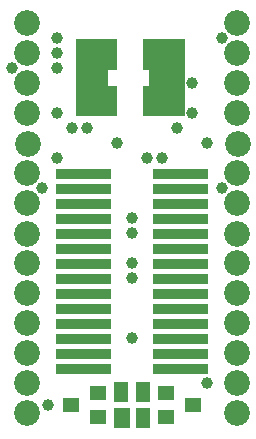
<source format=gbr>
G04 GERBER ASCII OUTPUT FROM: EDWIN 2000 (VER. 1.1 REV. 20011025)*
G04 GERBER FORMAT: RX-274-X*
G04 BOARD: 28_PIN_DIL_ADAPTER*
G04 ARTWORK OF COMP.MASK POSITIVE*
%ASAXBY*%
%FSLAX23Y23*%
%MIA0B0*%
%MOIN*%
%OFA0.0000B0.0000*%
%SFA1B1*%
%IJA0B0*%
%INLAYER1POS*%
%IOA0B0*%
%IPPOS*%
%IR0*%
G04 APERTURE MACROS*
%AMEDWDONUT*
1,1,$1,$2,$3*
1,0,$4,$2,$3*
%
%AMEDWFRECT*
2,1,$1,$2,$3,$4,$5,$6*
%
%AMEDWORECT*
2,1,$1,$2,$3,$4,$5,$10*
2,1,$1,$4,$5,$6,$7,$10*
2,1,$1,$6,$7,$8,$9,$10*
2,1,$1,$8,$9,$2,$3,$10*
1,1,$1,$2,$3*
1,1,$1,$4,$5*
1,1,$1,$6,$7*
1,1,$1,$8,$9*
%
%AMEDWLINER*
2,1,$1,$2,$3,$4,$5,$6*
1,1,$1,$2,$3*
1,1,$1,$4,$5*
%
%AMEDWFTRNG*
4,1,3,$1,$2,$3,$4,$5,$6,$7,$8,$9*
%
%AMEDWATRNG*
4,1,3,$1,$2,$3,$4,$5,$6,$7,$8,$9*
2,1,$11,$1,$2,$3,$4,$10*
2,1,$11,$3,$4,$5,$6,$10*
2,1,$11,$5,$6,$7,$8,$10*
1,1,$11,$3,$4*
1,1,$11,$5,$6*
1,1,$11,$7,$8*
%
%AMEDWOTRNG*
2,1,$1,$2,$3,$4,$5,$8*
2,1,$1,$4,$5,$6,$7,$8*
2,1,$1,$6,$7,$2,$3,$8*
1,1,$1,$2,$3*
1,1,$1,$4,$5*
1,1,$1,$6,$7*
%
G04*
G04 APERTURE LIST*
%ADD10R,0.0580X0.0500*%
%ADD11R,0.0820X0.0740*%
%ADD12R,0.0480X0.0400*%
%ADD13R,0.0720X0.0640*%
%ADD14R,0.0570X0.0670*%
%ADD15R,0.0810X0.0910*%
%ADD16R,0.0470X0.0570*%
%ADD17R,0.0710X0.0810*%
%ADD18R,0.0490X0.0670*%
%ADD19R,0.0730X0.0910*%
%ADD20R,0.0390X0.0570*%
%ADD21R,0.0630X0.0810*%
%ADD22R,0.0750X0.0250*%
%ADD23R,0.0990X0.0490*%
%ADD24R,0.0700X0.0200*%
%ADD25R,0.0940X0.0440*%
%ADD26R,0.0900X0.0350*%
%ADD27R,0.1140X0.0590*%
%ADD28R,0.0800X0.0250*%
%ADD29R,0.1040X0.0490*%
%ADD30R,0.0850X0.0250*%
%ADD31R,0.1090X0.0490*%
%ADD32R,0.0750X0.0150*%
%ADD33R,0.0990X0.0390*%
%ADD34C,0.0010*%
%ADD36C,0.0020*%
%ADD37R,0.0020X0.0020*%
%ADD38C,0.0030*%
%ADD39R,0.0030X0.0030*%
%ADD40C,0.0040*%
%ADD41R,0.0040X0.0040*%
%ADD42C,0.0050*%
%ADD43R,0.0050X0.0050*%
%ADD44C,0.00787*%
%ADD45R,0.00787X0.00787*%
%ADD46C,0.0080*%
%ADD48C,0.0090*%
%ADD49R,0.0090X0.0090*%
%ADD50C,0.00984*%
%ADD51R,0.00984X0.00984*%
%ADD52C,0.0120*%
%ADD54C,0.01299*%
%ADD56C,0.0130*%
%ADD58C,0.01969*%
%ADD59R,0.01969X0.01969*%
%ADD60C,0.0250*%
%ADD61R,0.0250X0.0250*%
%ADD62C,0.0290*%
%ADD64C,0.0320*%
%ADD66C,0.0350*%
%ADD67R,0.0350X0.0350*%
%ADD68C,0.0360*%
%ADD70C,0.03699*%
%ADD72C,0.0370*%
%ADD73R,0.0370X0.0370*%
%ADD74C,0.03937*%
%ADD75R,0.03937X0.03937*%
%ADD76C,0.0490*%
%ADD77R,0.0490X0.0490*%
%ADD78C,0.0500*%
%ADD79R,0.0500X0.0500*%
%ADD80C,0.0560*%
%ADD81R,0.0560X0.0560*%
%ADD82C,0.0590*%
%ADD83R,0.0590X0.0590*%
%ADD84C,0.05906*%
%ADD85R,0.05906X0.05906*%
%ADD86C,0.0600*%
%ADD87R,0.0600X0.0600*%
%ADD88C,0.0620*%
%ADD89R,0.0620X0.0620*%
%ADD90C,0.06693*%
%ADD91R,0.06693X0.06693*%
%ADD92C,0.06906*%
%ADD93R,0.06906X0.06906*%
%ADD94C,0.0700*%
%ADD95R,0.0700X0.0700*%
%ADD96C,0.0740*%
%ADD97R,0.0740X0.0740*%
%ADD98C,0.0800*%
%ADD99R,0.0800X0.0800*%
%ADD100C,0.0840*%
%ADD101R,0.0840X0.0840*%
%ADD102C,0.0860*%
%ADD104C,0.0900*%
%ADD105R,0.0900X0.0900*%
%ADD106C,0.0940*%
%ADD107R,0.0940X0.0940*%
%ADD108C,0.1040*%
%ADD109R,0.1040X0.1040*%
%ADD110C,0.1100*%
%ADD113R,0.1140X0.1140*%
%ADD114C,0.2140*%
%ADD115R,0.2140X0.2140*%
%ADD116C,0.3140*%
%ADD117R,0.3140X0.3140*%
%ADD118C,0.4140*%
%ADD119R,0.4140X0.4140*%
%ADD120C,0.5140*%
%ADD121R,0.5140X0.5140*%
%ADD122C,0.6140*%
%ADD123R,0.6140X0.6140*%
%ADD124C,0.7140*%
%ADD125R,0.7140X0.7140*%
%ADD126C,0.8140*%
%ADD127R,0.8140X0.8140*%
%ADD128C,0.9140*%
%ADD129R,0.9140X0.9140*%
%ADD130C,1.0140*%
%ADD131R,1.0140X1.0140*%
%ADD132C,1.1140*%
%ADD133R,1.1140X1.1140*%
%ADD134C,1.2140*%
%ADD135R,1.2140X1.2140*%
%ADD136C,1.3140*%
%ADD137R,1.3140X1.3140*%
%ADD138C,1.4140*%
%ADD139R,1.4140X1.4140*%
%ADD140C,1.5140*%
%ADD141R,1.5140X1.5140*%
%ADD142C,1.6140*%
%ADD143R,1.6140X1.6140*%
%ADD144C,1.7140*%
%ADD145R,1.7140X1.7140*%
%ADD146C,1.8140*%
%ADD147R,1.8140X1.8140*%
%ADD148C,1.9140*%
%ADD149R,1.9140X1.9140*%
G04*
D10* 
X548Y138D02*D03*
X548Y58D02*D03*
X636Y98D02*D03*
X319Y59D02*D03*
X319Y139D02*D03*
X231Y99D02*D03*
D14* 
X401Y53D02*D03*
D18* 
X472Y53D02*D03*
X472Y140D02*D03*
X397Y140D02*D03*
D22* 
X348Y1149D02*D03*
X348Y1124D02*D03*
X348Y1099D02*D03*
X348Y1074D02*D03*
X508Y1074D02*D03*
X508Y1099D02*D03*
X508Y1124D02*D03*
X508Y1149D02*D03*
D26* 
X244Y868D02*D03*
X244Y818D02*D03*
X244Y768D02*D03*
X244Y718D02*D03*
X244Y668D02*D03*
X244Y618D02*D03*
X244Y568D02*D03*
X244Y518D02*D03*
X244Y468D02*D03*
X244Y418D02*D03*
X244Y368D02*D03*
X244Y318D02*D03*
X244Y268D02*D03*
X244Y218D02*D03*
X619Y218D02*D03*
X619Y268D02*D03*
X619Y318D02*D03*
X619Y368D02*D03*
X619Y418D02*D03*
X619Y468D02*D03*
X619Y518D02*D03*
X619Y568D02*D03*
X619Y618D02*D03*
X619Y668D02*D03*
X619Y718D02*D03*
X619Y768D02*D03*
X619Y818D02*D03*
X619Y868D02*D03*
X321Y868D02*D03*
X321Y818D02*D03*
X321Y768D02*D03*
X321Y718D02*D03*
X321Y668D02*D03*
X321Y618D02*D03*
X321Y568D02*D03*
X546Y568D02*D03*
X546Y618D02*D03*
X546Y668D02*D03*
X546Y718D02*D03*
X546Y768D02*D03*
X546Y818D02*D03*
X546Y868D02*D03*
X321Y518D02*D03*
X321Y468D02*D03*
X321Y418D02*D03*
X321Y368D02*D03*
X321Y318D02*D03*
X321Y268D02*D03*
X321Y218D02*D03*
X546Y218D02*D03*
X546Y268D02*D03*
X546Y318D02*D03*
X546Y368D02*D03*
X546Y418D02*D03*
X546Y468D02*D03*
X546Y518D02*D03*
D102*
X84Y1371D02*D03*
X84Y1271D02*D03*
X84Y1171D02*D03*
X84Y1071D02*D03*
X86Y969D02*D03*
X84Y871D02*D03*
X84Y772D02*D03*
X84Y668D02*D03*
X84Y571D02*D03*
X84Y471D02*D03*
X84Y371D02*D03*
X84Y271D02*D03*
X84Y171D02*D03*
X84Y71D02*D03*
X784Y1371D02*D03*
X784Y1271D02*D03*
X784Y1171D02*D03*
X784Y1071D02*D03*
X786Y969D02*D03*
X784Y871D02*D03*
X784Y772D02*D03*
X784Y668D02*D03*
X784Y571D02*D03*
X784Y471D02*D03*
X784Y371D02*D03*
X784Y271D02*D03*
X784Y171D02*D03*
X784Y71D02*D03*
D30* 
X310Y1305D02*D03*
X310Y1279D02*D03*
X310Y1254D02*D03*
X310Y1228D02*D03*
X310Y1202D02*D03*
X310Y1177D02*D03*
X310Y1151D02*D03*
X310Y1126D02*D03*
X535Y1126D02*D03*
X535Y1151D02*D03*
X535Y1177D02*D03*
X535Y1202D02*D03*
X535Y1228D02*D03*
X535Y1254D02*D03*
X535Y1279D02*D03*
X535Y1305D02*D03*
D22* 
X348Y1304D02*D03*
X348Y1279D02*D03*
X348Y1254D02*D03*
X348Y1229D02*D03*
X508Y1229D02*D03*
X508Y1254D02*D03*
X508Y1279D02*D03*
X508Y1304D02*D03*
D30* 
X292Y1305D02*D03*
X292Y1279D02*D03*
X292Y1254D02*D03*
X292Y1228D02*D03*
X292Y1202D02*D03*
X292Y1177D02*D03*
X292Y1151D02*D03*
X292Y1126D02*D03*
X292Y1100D02*D03*
X292Y1074D02*D03*
X567Y1074D02*D03*
X567Y1100D02*D03*
X567Y1126D02*D03*
X567Y1151D02*D03*
X567Y1177D02*D03*
X567Y1202D02*D03*
X567Y1228D02*D03*
X567Y1254D02*D03*
X567Y1279D02*D03*
X567Y1305D02*D03*
D26* 
X223Y867D02*D03*
X223Y817D02*D03*
X223Y767D02*D03*
X223Y717D02*D03*
X223Y667D02*D03*
X223Y617D02*D03*
X223Y567D02*D03*
X223Y517D02*D03*
X223Y467D02*D03*
X223Y417D02*D03*
X223Y367D02*D03*
X223Y317D02*D03*
X223Y267D02*D03*
X223Y217D02*D03*
X643Y217D02*D03*
X643Y267D02*D03*
X643Y317D02*D03*
X643Y367D02*D03*
X643Y417D02*D03*
X643Y467D02*D03*
X643Y517D02*D03*
X643Y567D02*D03*
X643Y617D02*D03*
X643Y667D02*D03*
X643Y717D02*D03*
X643Y767D02*D03*
X643Y817D02*D03*
X643Y867D02*D03*
D74* 
X184Y1321D02*D03*
X184Y921D02*D03*
X184Y1271D02*D03*
X384Y971D02*D03*
X184Y1221D02*D03*
X134Y821D02*D03*
X434Y571D02*D03*
X34Y1221D02*D03*
X184Y1071D02*D03*
X434Y521D02*D03*
X234Y1021D02*D03*
X284Y1021D02*D03*
X684Y171D02*D03*
X434Y321D02*D03*
X584Y1021D02*D03*
X634Y1071D02*D03*
X534Y921D02*D03*
X734Y1321D02*D03*
X434Y721D02*D03*
X634Y1171D02*D03*
X684Y971D02*D03*
X434Y671D02*D03*
X734Y821D02*D03*
X484Y921D02*D03*
X154Y99D02*D03*
M02*

</source>
